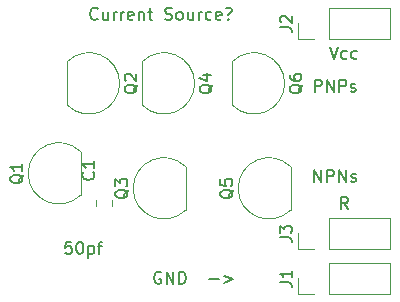
<source format=gto>
G04 #@! TF.GenerationSoftware,KiCad,Pcbnew,5.0.2+dfsg1-1~bpo9+1*
G04 #@! TF.CreationDate,2020-09-02T01:24:02-04:00*
G04 #@! TF.ProjectId,pcb,7063622e-6b69-4636-9164-5f7063625858,rev?*
G04 #@! TF.SameCoordinates,Original*
G04 #@! TF.FileFunction,Legend,Top*
G04 #@! TF.FilePolarity,Positive*
%FSLAX46Y46*%
G04 Gerber Fmt 4.6, Leading zero omitted, Abs format (unit mm)*
G04 Created by KiCad (PCBNEW 5.0.2+dfsg1-1~bpo9+1) date Wed 02 Sep 2020 01:24:02 AM EDT*
%MOMM*%
%LPD*%
G01*
G04 APERTURE LIST*
%ADD10C,0.152400*%
%ADD11C,0.120000*%
%ADD12C,0.150000*%
G04 APERTURE END LIST*
D10*
X122645714Y-66910857D02*
X122597333Y-66959238D01*
X122452190Y-67007619D01*
X122355428Y-67007619D01*
X122210285Y-66959238D01*
X122113523Y-66862476D01*
X122065142Y-66765714D01*
X122016761Y-66572190D01*
X122016761Y-66427047D01*
X122065142Y-66233523D01*
X122113523Y-66136761D01*
X122210285Y-66040000D01*
X122355428Y-65991619D01*
X122452190Y-65991619D01*
X122597333Y-66040000D01*
X122645714Y-66088380D01*
X123516571Y-66330285D02*
X123516571Y-67007619D01*
X123081142Y-66330285D02*
X123081142Y-66862476D01*
X123129523Y-66959238D01*
X123226285Y-67007619D01*
X123371428Y-67007619D01*
X123468190Y-66959238D01*
X123516571Y-66910857D01*
X124000380Y-67007619D02*
X124000380Y-66330285D01*
X124000380Y-66523809D02*
X124048761Y-66427047D01*
X124097142Y-66378666D01*
X124193904Y-66330285D01*
X124290666Y-66330285D01*
X124629333Y-67007619D02*
X124629333Y-66330285D01*
X124629333Y-66523809D02*
X124677714Y-66427047D01*
X124726095Y-66378666D01*
X124822857Y-66330285D01*
X124919619Y-66330285D01*
X125645333Y-66959238D02*
X125548571Y-67007619D01*
X125355047Y-67007619D01*
X125258285Y-66959238D01*
X125209904Y-66862476D01*
X125209904Y-66475428D01*
X125258285Y-66378666D01*
X125355047Y-66330285D01*
X125548571Y-66330285D01*
X125645333Y-66378666D01*
X125693714Y-66475428D01*
X125693714Y-66572190D01*
X125209904Y-66668952D01*
X126129142Y-66330285D02*
X126129142Y-67007619D01*
X126129142Y-66427047D02*
X126177523Y-66378666D01*
X126274285Y-66330285D01*
X126419428Y-66330285D01*
X126516190Y-66378666D01*
X126564571Y-66475428D01*
X126564571Y-67007619D01*
X126903238Y-66330285D02*
X127290285Y-66330285D01*
X127048380Y-65991619D02*
X127048380Y-66862476D01*
X127096761Y-66959238D01*
X127193523Y-67007619D01*
X127290285Y-67007619D01*
X128354666Y-66959238D02*
X128499809Y-67007619D01*
X128741714Y-67007619D01*
X128838476Y-66959238D01*
X128886857Y-66910857D01*
X128935238Y-66814095D01*
X128935238Y-66717333D01*
X128886857Y-66620571D01*
X128838476Y-66572190D01*
X128741714Y-66523809D01*
X128548190Y-66475428D01*
X128451428Y-66427047D01*
X128403047Y-66378666D01*
X128354666Y-66281904D01*
X128354666Y-66185142D01*
X128403047Y-66088380D01*
X128451428Y-66040000D01*
X128548190Y-65991619D01*
X128790095Y-65991619D01*
X128935238Y-66040000D01*
X129515809Y-67007619D02*
X129419047Y-66959238D01*
X129370666Y-66910857D01*
X129322285Y-66814095D01*
X129322285Y-66523809D01*
X129370666Y-66427047D01*
X129419047Y-66378666D01*
X129515809Y-66330285D01*
X129660952Y-66330285D01*
X129757714Y-66378666D01*
X129806095Y-66427047D01*
X129854476Y-66523809D01*
X129854476Y-66814095D01*
X129806095Y-66910857D01*
X129757714Y-66959238D01*
X129660952Y-67007619D01*
X129515809Y-67007619D01*
X130725333Y-66330285D02*
X130725333Y-67007619D01*
X130289904Y-66330285D02*
X130289904Y-66862476D01*
X130338285Y-66959238D01*
X130435047Y-67007619D01*
X130580190Y-67007619D01*
X130676952Y-66959238D01*
X130725333Y-66910857D01*
X131209142Y-67007619D02*
X131209142Y-66330285D01*
X131209142Y-66523809D02*
X131257523Y-66427047D01*
X131305904Y-66378666D01*
X131402666Y-66330285D01*
X131499428Y-66330285D01*
X132273523Y-66959238D02*
X132176761Y-67007619D01*
X131983238Y-67007619D01*
X131886476Y-66959238D01*
X131838095Y-66910857D01*
X131789714Y-66814095D01*
X131789714Y-66523809D01*
X131838095Y-66427047D01*
X131886476Y-66378666D01*
X131983238Y-66330285D01*
X132176761Y-66330285D01*
X132273523Y-66378666D01*
X133096000Y-66959238D02*
X132999238Y-67007619D01*
X132805714Y-67007619D01*
X132708952Y-66959238D01*
X132660571Y-66862476D01*
X132660571Y-66475428D01*
X132708952Y-66378666D01*
X132805714Y-66330285D01*
X132999238Y-66330285D01*
X133096000Y-66378666D01*
X133144380Y-66475428D01*
X133144380Y-66572190D01*
X132660571Y-66668952D01*
X133724952Y-66910857D02*
X133773333Y-66959238D01*
X133724952Y-67007619D01*
X133676571Y-66959238D01*
X133724952Y-66910857D01*
X133724952Y-67007619D01*
X133531428Y-66040000D02*
X133628190Y-65991619D01*
X133870095Y-65991619D01*
X133966857Y-66040000D01*
X134015238Y-66136761D01*
X134015238Y-66233523D01*
X133966857Y-66330285D01*
X133918476Y-66378666D01*
X133821714Y-66427047D01*
X133773333Y-66475428D01*
X133724952Y-66572190D01*
X133724952Y-66620571D01*
X120420190Y-85803619D02*
X119936380Y-85803619D01*
X119888000Y-86287428D01*
X119936380Y-86239047D01*
X120033142Y-86190666D01*
X120275047Y-86190666D01*
X120371809Y-86239047D01*
X120420190Y-86287428D01*
X120468571Y-86384190D01*
X120468571Y-86626095D01*
X120420190Y-86722857D01*
X120371809Y-86771238D01*
X120275047Y-86819619D01*
X120033142Y-86819619D01*
X119936380Y-86771238D01*
X119888000Y-86722857D01*
X121097523Y-85803619D02*
X121194285Y-85803619D01*
X121291047Y-85852000D01*
X121339428Y-85900380D01*
X121387809Y-85997142D01*
X121436190Y-86190666D01*
X121436190Y-86432571D01*
X121387809Y-86626095D01*
X121339428Y-86722857D01*
X121291047Y-86771238D01*
X121194285Y-86819619D01*
X121097523Y-86819619D01*
X121000761Y-86771238D01*
X120952380Y-86722857D01*
X120904000Y-86626095D01*
X120855619Y-86432571D01*
X120855619Y-86190666D01*
X120904000Y-85997142D01*
X120952380Y-85900380D01*
X121000761Y-85852000D01*
X121097523Y-85803619D01*
X121871619Y-86142285D02*
X121871619Y-87158285D01*
X121871619Y-86190666D02*
X121968380Y-86142285D01*
X122161904Y-86142285D01*
X122258666Y-86190666D01*
X122307047Y-86239047D01*
X122355428Y-86335809D01*
X122355428Y-86626095D01*
X122307047Y-86722857D01*
X122258666Y-86771238D01*
X122161904Y-86819619D01*
X121968380Y-86819619D01*
X121871619Y-86771238D01*
X122645714Y-86142285D02*
X123032761Y-86142285D01*
X122790857Y-86819619D02*
X122790857Y-85948761D01*
X122839238Y-85852000D01*
X122936000Y-85803619D01*
X123032761Y-85803619D01*
X141006285Y-80723619D02*
X141006285Y-79707619D01*
X141586857Y-80723619D01*
X141586857Y-79707619D01*
X142070666Y-80723619D02*
X142070666Y-79707619D01*
X142457714Y-79707619D01*
X142554476Y-79756000D01*
X142602857Y-79804380D01*
X142651238Y-79901142D01*
X142651238Y-80046285D01*
X142602857Y-80143047D01*
X142554476Y-80191428D01*
X142457714Y-80239809D01*
X142070666Y-80239809D01*
X143086666Y-80723619D02*
X143086666Y-79707619D01*
X143667238Y-80723619D01*
X143667238Y-79707619D01*
X144102666Y-80675238D02*
X144199428Y-80723619D01*
X144392952Y-80723619D01*
X144489714Y-80675238D01*
X144538095Y-80578476D01*
X144538095Y-80530095D01*
X144489714Y-80433333D01*
X144392952Y-80384952D01*
X144247809Y-80384952D01*
X144151047Y-80336571D01*
X144102666Y-80239809D01*
X144102666Y-80191428D01*
X144151047Y-80094666D01*
X144247809Y-80046285D01*
X144392952Y-80046285D01*
X144489714Y-80094666D01*
X141030476Y-73103619D02*
X141030476Y-72087619D01*
X141417523Y-72087619D01*
X141514285Y-72136000D01*
X141562666Y-72184380D01*
X141611047Y-72281142D01*
X141611047Y-72426285D01*
X141562666Y-72523047D01*
X141514285Y-72571428D01*
X141417523Y-72619809D01*
X141030476Y-72619809D01*
X142046476Y-73103619D02*
X142046476Y-72087619D01*
X142627047Y-73103619D01*
X142627047Y-72087619D01*
X143110857Y-73103619D02*
X143110857Y-72087619D01*
X143497904Y-72087619D01*
X143594666Y-72136000D01*
X143643047Y-72184380D01*
X143691428Y-72281142D01*
X143691428Y-72426285D01*
X143643047Y-72523047D01*
X143594666Y-72571428D01*
X143497904Y-72619809D01*
X143110857Y-72619809D01*
X144078476Y-73055238D02*
X144175238Y-73103619D01*
X144368761Y-73103619D01*
X144465523Y-73055238D01*
X144513904Y-72958476D01*
X144513904Y-72910095D01*
X144465523Y-72813333D01*
X144368761Y-72764952D01*
X144223619Y-72764952D01*
X144126857Y-72716571D01*
X144078476Y-72619809D01*
X144078476Y-72571428D01*
X144126857Y-72474666D01*
X144223619Y-72426285D01*
X144368761Y-72426285D01*
X144465523Y-72474666D01*
X128003904Y-88392000D02*
X127907142Y-88343619D01*
X127762000Y-88343619D01*
X127616857Y-88392000D01*
X127520095Y-88488761D01*
X127471714Y-88585523D01*
X127423333Y-88779047D01*
X127423333Y-88924190D01*
X127471714Y-89117714D01*
X127520095Y-89214476D01*
X127616857Y-89311238D01*
X127762000Y-89359619D01*
X127858761Y-89359619D01*
X128003904Y-89311238D01*
X128052285Y-89262857D01*
X128052285Y-88924190D01*
X127858761Y-88924190D01*
X128487714Y-89359619D02*
X128487714Y-88343619D01*
X129068285Y-89359619D01*
X129068285Y-88343619D01*
X129552095Y-89359619D02*
X129552095Y-88343619D01*
X129794000Y-88343619D01*
X129939142Y-88392000D01*
X130035904Y-88488761D01*
X130084285Y-88585523D01*
X130132666Y-88779047D01*
X130132666Y-88924190D01*
X130084285Y-89117714D01*
X130035904Y-89214476D01*
X129939142Y-89311238D01*
X129794000Y-89359619D01*
X129552095Y-89359619D01*
X132116285Y-88972571D02*
X132890380Y-88972571D01*
X133374190Y-88682285D02*
X134148285Y-88972571D01*
X133374190Y-89262857D01*
X143824476Y-83009619D02*
X143485809Y-82525809D01*
X143243904Y-83009619D02*
X143243904Y-81993619D01*
X143630952Y-81993619D01*
X143727714Y-82042000D01*
X143776095Y-82090380D01*
X143824476Y-82187142D01*
X143824476Y-82332285D01*
X143776095Y-82429047D01*
X143727714Y-82477428D01*
X143630952Y-82525809D01*
X143243904Y-82525809D01*
X142300476Y-69293619D02*
X142639142Y-70309619D01*
X142977809Y-69293619D01*
X143751904Y-70261238D02*
X143655142Y-70309619D01*
X143461619Y-70309619D01*
X143364857Y-70261238D01*
X143316476Y-70212857D01*
X143268095Y-70116095D01*
X143268095Y-69825809D01*
X143316476Y-69729047D01*
X143364857Y-69680666D01*
X143461619Y-69632285D01*
X143655142Y-69632285D01*
X143751904Y-69680666D01*
X144622761Y-70261238D02*
X144526000Y-70309619D01*
X144332476Y-70309619D01*
X144235714Y-70261238D01*
X144187333Y-70212857D01*
X144138952Y-70116095D01*
X144138952Y-69825809D01*
X144187333Y-69729047D01*
X144235714Y-69680666D01*
X144332476Y-69632285D01*
X144526000Y-69632285D01*
X144622761Y-69680666D01*
D11*
G04 #@! TO.C,C1*
X123900000Y-82288748D02*
X123900000Y-82811252D01*
X122480000Y-82288748D02*
X122480000Y-82811252D01*
G04 #@! TO.C,J1*
X139640000Y-90230000D02*
X139640000Y-88900000D01*
X140970000Y-90230000D02*
X139640000Y-90230000D01*
X142240000Y-90230000D02*
X142240000Y-87570000D01*
X142240000Y-87570000D02*
X147380000Y-87570000D01*
X142240000Y-90230000D02*
X147380000Y-90230000D01*
X147380000Y-90230000D02*
X147380000Y-87570000D01*
G04 #@! TO.C,J2*
X147380000Y-68640000D02*
X147380000Y-65980000D01*
X142240000Y-68640000D02*
X147380000Y-68640000D01*
X142240000Y-65980000D02*
X147380000Y-65980000D01*
X142240000Y-68640000D02*
X142240000Y-65980000D01*
X140970000Y-68640000D02*
X139640000Y-68640000D01*
X139640000Y-68640000D02*
X139640000Y-67310000D01*
G04 #@! TO.C,J3*
X147380000Y-86420000D02*
X147380000Y-83760000D01*
X142240000Y-86420000D02*
X147380000Y-86420000D01*
X142240000Y-83760000D02*
X147380000Y-83760000D01*
X142240000Y-86420000D02*
X142240000Y-83760000D01*
X140970000Y-86420000D02*
X139640000Y-86420000D01*
X139640000Y-86420000D02*
X139640000Y-85090000D01*
G04 #@! TO.C,Q1*
X121218478Y-78171522D02*
G75*
G03X116780000Y-80010000I-1838478J-1838478D01*
G01*
X121218478Y-81848478D02*
G75*
G02X116780000Y-80010000I-1838478J1838478D01*
G01*
X121230000Y-81810000D02*
X121230000Y-78210000D01*
G04 #@! TO.C,Q2*
X120081522Y-74228478D02*
G75*
G03X124520000Y-72390000I1838478J1838478D01*
G01*
X120081522Y-70551522D02*
G75*
G02X124520000Y-72390000I1838478J-1838478D01*
G01*
X120070000Y-70590000D02*
X120070000Y-74190000D01*
G04 #@! TO.C,Q3*
X130120000Y-83080000D02*
X130120000Y-79480000D01*
X130108478Y-83118478D02*
G75*
G02X125670000Y-81280000I-1838478J1838478D01*
G01*
X130108478Y-79441522D02*
G75*
G03X125670000Y-81280000I-1838478J-1838478D01*
G01*
G04 #@! TO.C,Q4*
X126420000Y-70590000D02*
X126420000Y-74190000D01*
X126431522Y-70551522D02*
G75*
G02X130870000Y-72390000I1838478J-1838478D01*
G01*
X126431522Y-74228478D02*
G75*
G03X130870000Y-72390000I1838478J1838478D01*
G01*
G04 #@! TO.C,Q5*
X138998478Y-79441522D02*
G75*
G03X134560000Y-81280000I-1838478J-1838478D01*
G01*
X138998478Y-83118478D02*
G75*
G02X134560000Y-81280000I-1838478J1838478D01*
G01*
X139010000Y-83080000D02*
X139010000Y-79480000D01*
G04 #@! TO.C,Q6*
X134040000Y-70590000D02*
X134040000Y-74190000D01*
X134051522Y-70551522D02*
G75*
G02X138490000Y-72390000I1838478J-1838478D01*
G01*
X134051522Y-74228478D02*
G75*
G03X138490000Y-72390000I1838478J1838478D01*
G01*
G04 #@! TO.C,C1*
D12*
X122277142Y-79922666D02*
X122324761Y-79970285D01*
X122372380Y-80113142D01*
X122372380Y-80208380D01*
X122324761Y-80351238D01*
X122229523Y-80446476D01*
X122134285Y-80494095D01*
X121943809Y-80541714D01*
X121800952Y-80541714D01*
X121610476Y-80494095D01*
X121515238Y-80446476D01*
X121420000Y-80351238D01*
X121372380Y-80208380D01*
X121372380Y-80113142D01*
X121420000Y-79970285D01*
X121467619Y-79922666D01*
X122372380Y-78970285D02*
X122372380Y-79541714D01*
X122372380Y-79256000D02*
X121372380Y-79256000D01*
X121515238Y-79351238D01*
X121610476Y-79446476D01*
X121658095Y-79541714D01*
G04 #@! TO.C,J1*
X138092380Y-89233333D02*
X138806666Y-89233333D01*
X138949523Y-89280952D01*
X139044761Y-89376190D01*
X139092380Y-89519047D01*
X139092380Y-89614285D01*
X139092380Y-88233333D02*
X139092380Y-88804761D01*
X139092380Y-88519047D02*
X138092380Y-88519047D01*
X138235238Y-88614285D01*
X138330476Y-88709523D01*
X138378095Y-88804761D01*
G04 #@! TO.C,J2*
X138092380Y-67643333D02*
X138806666Y-67643333D01*
X138949523Y-67690952D01*
X139044761Y-67786190D01*
X139092380Y-67929047D01*
X139092380Y-68024285D01*
X138187619Y-67214761D02*
X138140000Y-67167142D01*
X138092380Y-67071904D01*
X138092380Y-66833809D01*
X138140000Y-66738571D01*
X138187619Y-66690952D01*
X138282857Y-66643333D01*
X138378095Y-66643333D01*
X138520952Y-66690952D01*
X139092380Y-67262380D01*
X139092380Y-66643333D01*
G04 #@! TO.C,J3*
X138092380Y-85423333D02*
X138806666Y-85423333D01*
X138949523Y-85470952D01*
X139044761Y-85566190D01*
X139092380Y-85709047D01*
X139092380Y-85804285D01*
X138092380Y-85042380D02*
X138092380Y-84423333D01*
X138473333Y-84756666D01*
X138473333Y-84613809D01*
X138520952Y-84518571D01*
X138568571Y-84470952D01*
X138663809Y-84423333D01*
X138901904Y-84423333D01*
X138997142Y-84470952D01*
X139044761Y-84518571D01*
X139092380Y-84613809D01*
X139092380Y-84899523D01*
X139044761Y-84994761D01*
X138997142Y-85042380D01*
G04 #@! TO.C,Q1*
X116367619Y-80105238D02*
X116320000Y-80200476D01*
X116224761Y-80295714D01*
X116081904Y-80438571D01*
X116034285Y-80533809D01*
X116034285Y-80629047D01*
X116272380Y-80581428D02*
X116224761Y-80676666D01*
X116129523Y-80771904D01*
X115939047Y-80819523D01*
X115605714Y-80819523D01*
X115415238Y-80771904D01*
X115320000Y-80676666D01*
X115272380Y-80581428D01*
X115272380Y-80390952D01*
X115320000Y-80295714D01*
X115415238Y-80200476D01*
X115605714Y-80152857D01*
X115939047Y-80152857D01*
X116129523Y-80200476D01*
X116224761Y-80295714D01*
X116272380Y-80390952D01*
X116272380Y-80581428D01*
X116272380Y-79200476D02*
X116272380Y-79771904D01*
X116272380Y-79486190D02*
X115272380Y-79486190D01*
X115415238Y-79581428D01*
X115510476Y-79676666D01*
X115558095Y-79771904D01*
G04 #@! TO.C,Q2*
X126027619Y-72485238D02*
X125980000Y-72580476D01*
X125884761Y-72675714D01*
X125741904Y-72818571D01*
X125694285Y-72913809D01*
X125694285Y-73009047D01*
X125932380Y-72961428D02*
X125884761Y-73056666D01*
X125789523Y-73151904D01*
X125599047Y-73199523D01*
X125265714Y-73199523D01*
X125075238Y-73151904D01*
X124980000Y-73056666D01*
X124932380Y-72961428D01*
X124932380Y-72770952D01*
X124980000Y-72675714D01*
X125075238Y-72580476D01*
X125265714Y-72532857D01*
X125599047Y-72532857D01*
X125789523Y-72580476D01*
X125884761Y-72675714D01*
X125932380Y-72770952D01*
X125932380Y-72961428D01*
X125027619Y-72151904D02*
X124980000Y-72104285D01*
X124932380Y-72009047D01*
X124932380Y-71770952D01*
X124980000Y-71675714D01*
X125027619Y-71628095D01*
X125122857Y-71580476D01*
X125218095Y-71580476D01*
X125360952Y-71628095D01*
X125932380Y-72199523D01*
X125932380Y-71580476D01*
G04 #@! TO.C,Q3*
X125257619Y-81375238D02*
X125210000Y-81470476D01*
X125114761Y-81565714D01*
X124971904Y-81708571D01*
X124924285Y-81803809D01*
X124924285Y-81899047D01*
X125162380Y-81851428D02*
X125114761Y-81946666D01*
X125019523Y-82041904D01*
X124829047Y-82089523D01*
X124495714Y-82089523D01*
X124305238Y-82041904D01*
X124210000Y-81946666D01*
X124162380Y-81851428D01*
X124162380Y-81660952D01*
X124210000Y-81565714D01*
X124305238Y-81470476D01*
X124495714Y-81422857D01*
X124829047Y-81422857D01*
X125019523Y-81470476D01*
X125114761Y-81565714D01*
X125162380Y-81660952D01*
X125162380Y-81851428D01*
X124162380Y-81089523D02*
X124162380Y-80470476D01*
X124543333Y-80803809D01*
X124543333Y-80660952D01*
X124590952Y-80565714D01*
X124638571Y-80518095D01*
X124733809Y-80470476D01*
X124971904Y-80470476D01*
X125067142Y-80518095D01*
X125114761Y-80565714D01*
X125162380Y-80660952D01*
X125162380Y-80946666D01*
X125114761Y-81041904D01*
X125067142Y-81089523D01*
G04 #@! TO.C,Q4*
X132377619Y-72485238D02*
X132330000Y-72580476D01*
X132234761Y-72675714D01*
X132091904Y-72818571D01*
X132044285Y-72913809D01*
X132044285Y-73009047D01*
X132282380Y-72961428D02*
X132234761Y-73056666D01*
X132139523Y-73151904D01*
X131949047Y-73199523D01*
X131615714Y-73199523D01*
X131425238Y-73151904D01*
X131330000Y-73056666D01*
X131282380Y-72961428D01*
X131282380Y-72770952D01*
X131330000Y-72675714D01*
X131425238Y-72580476D01*
X131615714Y-72532857D01*
X131949047Y-72532857D01*
X132139523Y-72580476D01*
X132234761Y-72675714D01*
X132282380Y-72770952D01*
X132282380Y-72961428D01*
X131615714Y-71675714D02*
X132282380Y-71675714D01*
X131234761Y-71913809D02*
X131949047Y-72151904D01*
X131949047Y-71532857D01*
G04 #@! TO.C,Q5*
X134147619Y-81375238D02*
X134100000Y-81470476D01*
X134004761Y-81565714D01*
X133861904Y-81708571D01*
X133814285Y-81803809D01*
X133814285Y-81899047D01*
X134052380Y-81851428D02*
X134004761Y-81946666D01*
X133909523Y-82041904D01*
X133719047Y-82089523D01*
X133385714Y-82089523D01*
X133195238Y-82041904D01*
X133100000Y-81946666D01*
X133052380Y-81851428D01*
X133052380Y-81660952D01*
X133100000Y-81565714D01*
X133195238Y-81470476D01*
X133385714Y-81422857D01*
X133719047Y-81422857D01*
X133909523Y-81470476D01*
X134004761Y-81565714D01*
X134052380Y-81660952D01*
X134052380Y-81851428D01*
X133052380Y-80518095D02*
X133052380Y-80994285D01*
X133528571Y-81041904D01*
X133480952Y-80994285D01*
X133433333Y-80899047D01*
X133433333Y-80660952D01*
X133480952Y-80565714D01*
X133528571Y-80518095D01*
X133623809Y-80470476D01*
X133861904Y-80470476D01*
X133957142Y-80518095D01*
X134004761Y-80565714D01*
X134052380Y-80660952D01*
X134052380Y-80899047D01*
X134004761Y-80994285D01*
X133957142Y-81041904D01*
G04 #@! TO.C,Q6*
X139997619Y-72485238D02*
X139950000Y-72580476D01*
X139854761Y-72675714D01*
X139711904Y-72818571D01*
X139664285Y-72913809D01*
X139664285Y-73009047D01*
X139902380Y-72961428D02*
X139854761Y-73056666D01*
X139759523Y-73151904D01*
X139569047Y-73199523D01*
X139235714Y-73199523D01*
X139045238Y-73151904D01*
X138950000Y-73056666D01*
X138902380Y-72961428D01*
X138902380Y-72770952D01*
X138950000Y-72675714D01*
X139045238Y-72580476D01*
X139235714Y-72532857D01*
X139569047Y-72532857D01*
X139759523Y-72580476D01*
X139854761Y-72675714D01*
X139902380Y-72770952D01*
X139902380Y-72961428D01*
X138902380Y-71675714D02*
X138902380Y-71866190D01*
X138950000Y-71961428D01*
X138997619Y-72009047D01*
X139140476Y-72104285D01*
X139330952Y-72151904D01*
X139711904Y-72151904D01*
X139807142Y-72104285D01*
X139854761Y-72056666D01*
X139902380Y-71961428D01*
X139902380Y-71770952D01*
X139854761Y-71675714D01*
X139807142Y-71628095D01*
X139711904Y-71580476D01*
X139473809Y-71580476D01*
X139378571Y-71628095D01*
X139330952Y-71675714D01*
X139283333Y-71770952D01*
X139283333Y-71961428D01*
X139330952Y-72056666D01*
X139378571Y-72104285D01*
X139473809Y-72151904D01*
G04 #@! TD*
M02*

</source>
